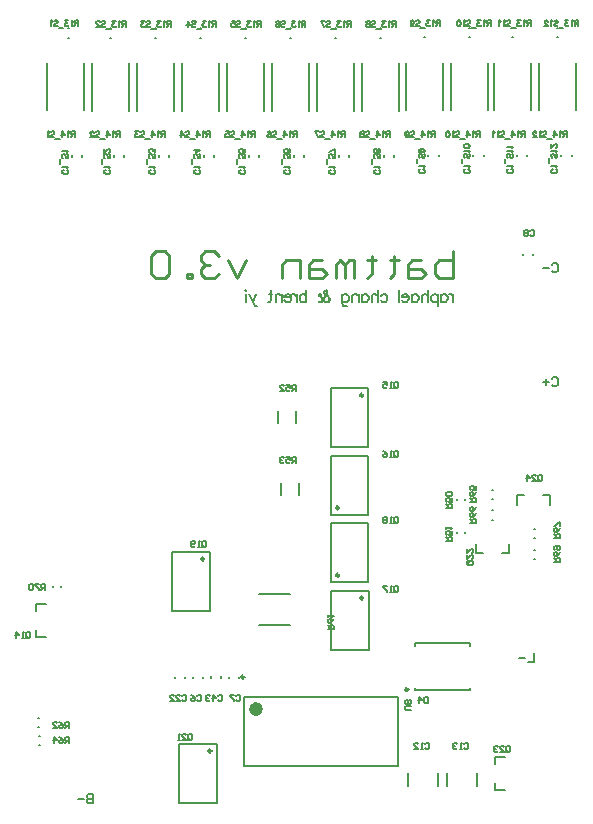
<source format=gbo>
G04 Layer_Color=32896*
%FSAX24Y24*%
%MOIN*%
G70*
G01*
G75*
%ADD52C,0.0100*%
%ADD91C,0.0098*%
%ADD94C,0.0236*%
%ADD95C,0.0079*%
%ADD96C,0.0050*%
%ADD97C,0.0080*%
%ADD99C,0.0060*%
D52*
X059500Y059100D02*
Y058200D01*
X059050D01*
X058900Y058350D01*
Y058500D01*
Y058650D01*
X059050Y058800D01*
X059500D01*
X058450D02*
X058150D01*
X058000Y058650D01*
Y058200D01*
X058450D01*
X058600Y058350D01*
X058450Y058500D01*
X058000D01*
X057551Y058950D02*
Y058800D01*
X057701D01*
X057401D01*
X057551D01*
Y058350D01*
X057401Y058200D01*
X056801Y058950D02*
Y058800D01*
X056951D01*
X056651D01*
X056801D01*
Y058350D01*
X056651Y058200D01*
X056201D02*
Y058800D01*
X056051D01*
X055901Y058650D01*
Y058200D01*
Y058650D01*
X055751Y058800D01*
X055601Y058650D01*
Y058200D01*
X055151Y058800D02*
X054851D01*
X054702Y058650D01*
Y058200D01*
X055151D01*
X055301Y058350D01*
X055151Y058500D01*
X054702D01*
X054402Y058200D02*
Y058800D01*
X053952D01*
X053802Y058650D01*
Y058200D01*
X052602Y058800D02*
X052302Y058200D01*
X052002Y058800D01*
X051703Y058950D02*
X051553Y059100D01*
X051253D01*
X051103Y058950D01*
Y058800D01*
X051253Y058650D01*
X051403D01*
X051253D01*
X051103Y058500D01*
Y058350D01*
X051253Y058200D01*
X051553D01*
X051703Y058350D01*
X050803Y058200D02*
Y058350D01*
X050653D01*
Y058200D01*
X050803D01*
X050053Y058950D02*
X049903Y059100D01*
X049603D01*
X049453Y058950D01*
Y058350D01*
X049603Y058200D01*
X049903D01*
X050053Y058350D01*
Y058950D01*
D91*
X051210Y048855D02*
G03*
X051210Y048855I-000049J000000D01*
G01*
X055705Y048305D02*
G03*
X055705Y048305I-000049J000000D01*
G01*
X055700Y050555D02*
G03*
X055700Y050555I-000049J000000D01*
G01*
X056505Y054305D02*
G03*
X056505Y054305I-000049J000000D01*
G01*
X058008Y044498D02*
G03*
X058008Y044498I-000049J000000D01*
G01*
X051449Y042450D02*
G03*
X051449Y042450I-000049J000000D01*
G01*
X052545Y044911D02*
G03*
X052545Y044911I-000049J000000D01*
G01*
X056510Y047555D02*
G03*
X056510Y047555I-000049J000000D01*
G01*
D94*
X053053Y043848D02*
G03*
X053053Y043848I-000118J000000D01*
G01*
D95*
X060292Y041283D02*
Y041717D01*
X059308Y041283D02*
Y041717D01*
X058992Y041274D02*
Y041707D01*
X058008Y041274D02*
Y041707D01*
X062197Y049163D02*
X062237D01*
X062197Y048848D02*
X062237D01*
X062197Y049548D02*
X062237D01*
X062197Y049863D02*
X062237D01*
X060797Y050163D02*
X060837D01*
X060797Y050478D02*
X060837D01*
X060797Y051163D02*
X060837D01*
X060797Y050848D02*
X060837D01*
X053024Y047667D02*
X054087D01*
X053024Y046643D02*
X054087D01*
X054358Y050989D02*
Y051383D01*
X053767Y050989D02*
Y051383D01*
X054258Y053373D02*
Y053767D01*
X053667Y053373D02*
Y053767D01*
X059900Y049700D02*
Y049740D01*
X059625Y049700D02*
Y049740D01*
X059900Y050800D02*
Y050840D01*
X059625Y050800D02*
Y050840D01*
X050131Y047121D02*
X051391D01*
X050131Y049089D02*
X051391D01*
X050131Y047121D02*
Y049089D01*
X051391Y047121D02*
Y049089D01*
X055426Y050039D02*
X056686D01*
X055426Y048071D02*
X056686D01*
Y050039D01*
X055426Y048071D02*
Y050039D01*
X055421Y052289D02*
X056681D01*
X055421Y050321D02*
X056681D01*
Y052289D01*
X055421Y050321D02*
Y052289D01*
X055426Y052571D02*
X056686D01*
X055426Y054539D02*
X056686D01*
X055426Y052571D02*
Y054539D01*
X056686Y052571D02*
Y054539D01*
X058250Y044468D02*
X060061D01*
X058250Y046042D02*
X060061D01*
X058250Y044468D02*
Y044557D01*
X060061Y044468D02*
Y044557D01*
X058250Y045952D02*
Y046042D01*
X060061Y045952D02*
Y046042D01*
X062157Y058980D02*
Y059020D01*
X061843Y058980D02*
Y059020D01*
X051157Y044880D02*
Y044920D01*
X050843Y044880D02*
Y044920D01*
X052357Y044880D02*
Y044920D01*
X052043Y044880D02*
Y044920D01*
X062960Y066564D02*
X063000D01*
X062960Y066249D02*
X063000D01*
X061480Y066557D02*
X061520D01*
X061480Y066243D02*
X061520D01*
X060040Y066557D02*
X060080D01*
X060040Y066243D02*
X060080D01*
X058540Y066557D02*
X058580D01*
X058540Y066243D02*
X058580D01*
X057055Y066543D02*
X057095D01*
X057055Y066228D02*
X057095D01*
X055555Y066543D02*
X055595D01*
X055555Y066228D02*
X055595D01*
X054055Y066543D02*
X054095D01*
X054055Y066228D02*
X054095D01*
X052555Y066543D02*
X052595D01*
X052555Y066228D02*
X052595D01*
X051055Y066543D02*
X051095D01*
X051055Y066228D02*
X051095D01*
X049555Y066543D02*
X049595D01*
X049555Y066228D02*
X049595D01*
X048055Y066543D02*
X048095D01*
X048055Y066228D02*
X048095D01*
X046655Y066543D02*
X046695D01*
X046655Y066228D02*
X046695D01*
X063600Y063819D02*
Y065394D01*
X062360Y063819D02*
Y065394D01*
X060680Y063813D02*
Y065387D01*
X059440Y063813D02*
Y065387D01*
X059180Y063813D02*
Y065387D01*
X057940Y063813D02*
Y065387D01*
X057695Y063798D02*
Y065372D01*
X056455Y063798D02*
Y065372D01*
X056195Y063798D02*
Y065372D01*
X054955Y063798D02*
Y065372D01*
X054695Y063798D02*
Y065372D01*
X053455Y063798D02*
Y065372D01*
X053195Y063798D02*
Y065372D01*
X051955Y063798D02*
Y065372D01*
X051695Y063798D02*
Y065372D01*
X050455Y063798D02*
Y065372D01*
X050195Y063798D02*
Y065372D01*
X048955Y063798D02*
Y065372D01*
X048695Y063798D02*
Y065372D01*
X047455Y063798D02*
Y065372D01*
X047220Y063813D02*
Y065387D01*
X045980Y063813D02*
Y065387D01*
X063457Y062287D02*
Y062326D01*
X063103Y062287D02*
Y062326D01*
X061977Y062280D02*
Y062320D01*
X061623Y062280D02*
Y062320D01*
X060537Y062280D02*
Y062320D01*
X060183Y062280D02*
Y062320D01*
X059037Y062280D02*
Y062320D01*
X058683Y062280D02*
Y062320D01*
X057552Y062265D02*
Y062305D01*
X057198Y062265D02*
Y062305D01*
X056052Y062265D02*
Y062305D01*
X055698Y062265D02*
Y062305D01*
X054552Y062265D02*
Y062305D01*
X054198Y062265D02*
Y062305D01*
X053052Y062265D02*
Y062305D01*
X052698Y062265D02*
Y062305D01*
X051552Y062265D02*
Y062305D01*
X051198Y062265D02*
Y062305D01*
X050052Y062265D02*
Y062305D01*
X049698Y062265D02*
Y062305D01*
X048552Y062265D02*
Y062305D01*
X048198Y062265D02*
Y062305D01*
X047152Y062265D02*
Y062305D01*
X046798Y062265D02*
Y062305D01*
X060880Y063813D02*
Y065387D01*
X062120Y063813D02*
Y065387D01*
X050557Y044880D02*
Y044920D01*
X050243Y044880D02*
Y044920D01*
X051757Y044895D02*
Y044935D01*
X051443Y044895D02*
Y044935D01*
X050370Y040716D02*
X051630D01*
X050370Y042684D02*
X051630D01*
X050370Y040716D02*
Y042684D01*
X051630Y040716D02*
Y042684D01*
X045680Y043262D02*
X045720D01*
X045680Y043538D02*
X045720D01*
X045705Y042662D02*
X045744D01*
X045705Y042938D02*
X045744D01*
X046438Y047905D02*
Y047944D01*
X046162Y047905D02*
Y047944D01*
X052541Y044242D02*
X057659D01*
X052541Y041958D02*
X057659D01*
X052541D02*
Y044242D01*
X057659Y041958D02*
Y044242D01*
X055431Y045821D02*
X056691D01*
X055431Y047789D02*
X056691D01*
X055431Y045821D02*
Y047789D01*
X056691Y045821D02*
Y047789D01*
D96*
X057522Y047788D02*
Y047922D01*
X057556Y047955D01*
X057622D01*
X057656Y047922D01*
Y047788D01*
X057622Y047755D01*
X057556D01*
X057589Y047822D02*
X057522Y047755D01*
X057556D02*
X057522Y047788D01*
X057456Y047755D02*
X057389D01*
X057422D01*
Y047955D01*
X057456Y047922D01*
X057289Y047955D02*
X057156D01*
Y047922D01*
X057289Y047788D01*
Y047755D01*
X058100Y043800D02*
X057933D01*
X057900Y043833D01*
Y043900D01*
X057933Y043933D01*
X058100D01*
X058067Y044000D02*
X058100Y044033D01*
Y044100D01*
X058067Y044133D01*
X058033D01*
X058000Y044100D01*
X057967Y044133D01*
X057933D01*
X057900Y044100D01*
Y044033D01*
X057933Y044000D01*
X057967D01*
X058000Y044033D01*
X058033Y044000D01*
X058067D01*
X058000Y044033D02*
Y044100D01*
X045900Y047800D02*
Y048000D01*
X045800D01*
X045767Y047967D01*
Y047900D01*
X045800Y047867D01*
X045900D01*
X045833D02*
X045767Y047800D01*
X045700Y048000D02*
X045567D01*
Y047967D01*
X045700Y047833D01*
Y047800D01*
X045500Y047967D02*
X045467Y048000D01*
X045400D01*
X045367Y047967D01*
Y047833D01*
X045400Y047800D01*
X045467D01*
X045500Y047833D01*
Y047967D01*
X046700Y042700D02*
Y042900D01*
X046600D01*
X046567Y042867D01*
Y042800D01*
X046600Y042767D01*
X046700D01*
X046633D02*
X046567Y042700D01*
X046367Y042900D02*
X046433Y042867D01*
X046500Y042800D01*
Y042733D01*
X046467Y042700D01*
X046400D01*
X046367Y042733D01*
Y042767D01*
X046400Y042800D01*
X046500D01*
X046200Y042700D02*
Y042900D01*
X046300Y042800D01*
X046167D01*
X046700Y043200D02*
Y043400D01*
X046600D01*
X046567Y043367D01*
Y043300D01*
X046600Y043267D01*
X046700D01*
X046633D02*
X046567Y043200D01*
X046367Y043400D02*
X046433Y043367D01*
X046500Y043300D01*
Y043233D01*
X046467Y043200D01*
X046400D01*
X046367Y043233D01*
Y043267D01*
X046400Y043300D01*
X046500D01*
X046167Y043200D02*
X046300D01*
X046167Y043333D01*
Y043367D01*
X046200Y043400D01*
X046267D01*
X046300Y043367D01*
X061267Y042433D02*
Y042567D01*
X061300Y042600D01*
X061367D01*
X061400Y042567D01*
Y042433D01*
X061367Y042400D01*
X061300D01*
X061333Y042467D02*
X061267Y042400D01*
X061300D02*
X061267Y042433D01*
X061067Y042400D02*
X061200D01*
X061067Y042533D01*
Y042567D01*
X061100Y042600D01*
X061167D01*
X061200Y042567D01*
X061000D02*
X060967Y042600D01*
X060900D01*
X060867Y042567D01*
Y042533D01*
X060900Y042500D01*
X060933D01*
X060900D01*
X060867Y042467D01*
Y042433D01*
X060900Y042400D01*
X060967D01*
X061000Y042433D01*
X050667Y042833D02*
Y042967D01*
X050700Y043000D01*
X050767D01*
X050800Y042967D01*
Y042833D01*
X050767Y042800D01*
X050700D01*
X050733Y042867D02*
X050667Y042800D01*
X050700D02*
X050667Y042833D01*
X050467Y042800D02*
X050600D01*
X050467Y042933D01*
Y042967D01*
X050500Y043000D01*
X050567D01*
X050600Y042967D01*
X050400Y042800D02*
X050333D01*
X050367D01*
Y043000D01*
X050400Y042967D01*
X045267Y046233D02*
Y046367D01*
X045300Y046400D01*
X045367D01*
X045400Y046367D01*
Y046233D01*
X045367Y046200D01*
X045300D01*
X045333Y046267D02*
X045267Y046200D01*
X045300D02*
X045267Y046233D01*
X045200Y046200D02*
X045133D01*
X045167D01*
Y046400D01*
X045200Y046367D01*
X044933Y046200D02*
Y046400D01*
X045033Y046300D01*
X044900D01*
X051667Y044282D02*
X051700Y044315D01*
X051767D01*
X051800Y044282D01*
Y044148D01*
X051767Y044115D01*
X051700D01*
X051667Y044148D01*
X051500Y044115D02*
Y044315D01*
X051600Y044215D01*
X051467D01*
X051400Y044282D02*
X051367Y044315D01*
X051300D01*
X051267Y044282D01*
Y044248D01*
X051300Y044215D01*
X051333D01*
X051300D01*
X051267Y044182D01*
Y044148D01*
X051300Y044115D01*
X051367D01*
X051400Y044148D01*
X050467Y044267D02*
X050500Y044300D01*
X050567D01*
X050600Y044267D01*
Y044133D01*
X050567Y044100D01*
X050500D01*
X050467Y044133D01*
X050267Y044100D02*
X050400D01*
X050267Y044233D01*
Y044267D01*
X050300Y044300D01*
X050367D01*
X050400Y044267D01*
X050067Y044100D02*
X050200D01*
X050067Y044233D01*
Y044267D01*
X050100Y044300D01*
X050167D01*
X050200Y044267D01*
X062100Y066800D02*
Y066600D01*
Y066800D02*
X062014D01*
X061986Y066790D01*
X061976Y066781D01*
X061967Y066762D01*
Y066743D01*
X061976Y066724D01*
X061986Y066714D01*
X062014Y066705D01*
X062100D01*
X062033D02*
X061967Y066600D01*
X061922Y066762D02*
X061903Y066771D01*
X061874Y066800D01*
Y066600D01*
X061756Y066800D02*
X061652D01*
X061709Y066724D01*
X061680D01*
X061661Y066714D01*
X061652Y066705D01*
X061642Y066676D01*
Y066657D01*
X061652Y066629D01*
X061671Y066610D01*
X061699Y066600D01*
X061728D01*
X061756Y066610D01*
X061766Y066619D01*
X061775Y066638D01*
X061597Y066533D02*
X061445D01*
X061286Y066771D02*
X061305Y066790D01*
X061333Y066800D01*
X061372D01*
X061400Y066790D01*
X061419Y066771D01*
Y066752D01*
X061410Y066733D01*
X061400Y066724D01*
X061381Y066714D01*
X061324Y066695D01*
X061305Y066686D01*
X061295Y066676D01*
X061286Y066657D01*
Y066629D01*
X061305Y066610D01*
X061333Y066600D01*
X061372D01*
X061400Y066610D01*
X061419Y066629D01*
X061241Y066762D02*
X061222Y066771D01*
X061194Y066800D01*
Y066600D01*
X061094Y066762D02*
X061075Y066771D01*
X061047Y066800D01*
Y066600D01*
X046627Y061828D02*
X046646Y061818D01*
X046665Y061799D01*
X046675Y061780D01*
Y061742D01*
X046665Y061723D01*
X046646Y061704D01*
X046627Y061695D01*
X046599Y061685D01*
X046551D01*
X046523Y061695D01*
X046504Y061704D01*
X046484Y061723D01*
X046475Y061742D01*
Y061780D01*
X046484Y061799D01*
X046504Y061818D01*
X046523Y061828D01*
X046637Y061884D02*
X046646Y061903D01*
X046675Y061932D01*
X046475D01*
X046408Y062031D02*
Y062183D01*
X046646Y062342D02*
X046665Y062323D01*
X046675Y062294D01*
Y062256D01*
X046665Y062228D01*
X046646Y062209D01*
X046627D01*
X046608Y062218D01*
X046599Y062228D01*
X046589Y062247D01*
X046570Y062304D01*
X046561Y062323D01*
X046551Y062333D01*
X046532Y062342D01*
X046504D01*
X046484Y062323D01*
X046475Y062294D01*
Y062256D01*
X046484Y062228D01*
X046504Y062209D01*
X046637Y062387D02*
X046646Y062406D01*
X046675Y062434D01*
X046475D01*
X048027Y061828D02*
X048046Y061818D01*
X048065Y061799D01*
X048075Y061780D01*
Y061742D01*
X048065Y061723D01*
X048046Y061704D01*
X048027Y061695D01*
X047999Y061685D01*
X047951D01*
X047923Y061695D01*
X047904Y061704D01*
X047884Y061723D01*
X047875Y061742D01*
Y061780D01*
X047884Y061799D01*
X047904Y061818D01*
X047923Y061828D01*
X048037Y061884D02*
X048046Y061903D01*
X048075Y061932D01*
X047875D01*
X047808Y062031D02*
Y062183D01*
X048046Y062342D02*
X048065Y062323D01*
X048075Y062294D01*
Y062256D01*
X048065Y062228D01*
X048046Y062209D01*
X048027D01*
X048008Y062218D01*
X047999Y062228D01*
X047989Y062247D01*
X047970Y062304D01*
X047961Y062323D01*
X047951Y062333D01*
X047932Y062342D01*
X047904D01*
X047884Y062323D01*
X047875Y062294D01*
Y062256D01*
X047884Y062228D01*
X047904Y062209D01*
X048027Y062396D02*
X048037D01*
X048056Y062406D01*
X048065Y062415D01*
X048075Y062434D01*
Y062472D01*
X048065Y062492D01*
X048056Y062501D01*
X048037Y062511D01*
X048018D01*
X047999Y062501D01*
X047970Y062482D01*
X047875Y062387D01*
Y062520D01*
X049527Y061828D02*
X049546Y061818D01*
X049565Y061799D01*
X049575Y061780D01*
Y061742D01*
X049565Y061723D01*
X049546Y061704D01*
X049527Y061695D01*
X049499Y061685D01*
X049451D01*
X049423Y061695D01*
X049404Y061704D01*
X049384Y061723D01*
X049375Y061742D01*
Y061780D01*
X049384Y061799D01*
X049404Y061818D01*
X049423Y061828D01*
X049537Y061884D02*
X049546Y061903D01*
X049575Y061932D01*
X049375D01*
X049308Y062031D02*
Y062183D01*
X049546Y062342D02*
X049565Y062323D01*
X049575Y062294D01*
Y062256D01*
X049565Y062228D01*
X049546Y062209D01*
X049527D01*
X049508Y062218D01*
X049499Y062228D01*
X049489Y062247D01*
X049470Y062304D01*
X049461Y062323D01*
X049451Y062333D01*
X049432Y062342D01*
X049404D01*
X049384Y062323D01*
X049375Y062294D01*
Y062256D01*
X049384Y062228D01*
X049404Y062209D01*
X049575Y062406D02*
Y062511D01*
X049499Y062453D01*
Y062482D01*
X049489Y062501D01*
X049480Y062511D01*
X049451Y062520D01*
X049432D01*
X049404Y062511D01*
X049384Y062492D01*
X049375Y062463D01*
Y062434D01*
X049384Y062406D01*
X049394Y062396D01*
X049413Y062387D01*
X051027Y061828D02*
X051046Y061818D01*
X051065Y061799D01*
X051075Y061780D01*
Y061742D01*
X051065Y061723D01*
X051046Y061704D01*
X051027Y061695D01*
X050999Y061685D01*
X050951D01*
X050923Y061695D01*
X050904Y061704D01*
X050884Y061723D01*
X050875Y061742D01*
Y061780D01*
X050884Y061799D01*
X050904Y061818D01*
X050923Y061828D01*
X051037Y061884D02*
X051046Y061903D01*
X051075Y061932D01*
X050875D01*
X050808Y062031D02*
Y062183D01*
X051046Y062342D02*
X051065Y062323D01*
X051075Y062294D01*
Y062256D01*
X051065Y062228D01*
X051046Y062209D01*
X051027D01*
X051008Y062218D01*
X050999Y062228D01*
X050989Y062247D01*
X050970Y062304D01*
X050961Y062323D01*
X050951Y062333D01*
X050932Y062342D01*
X050904D01*
X050884Y062323D01*
X050875Y062294D01*
Y062256D01*
X050884Y062228D01*
X050904Y062209D01*
X051075Y062482D02*
X050942Y062387D01*
Y062530D01*
X051075Y062482D02*
X050875D01*
X052527Y061828D02*
X052546Y061818D01*
X052565Y061799D01*
X052575Y061780D01*
Y061742D01*
X052565Y061723D01*
X052546Y061704D01*
X052527Y061695D01*
X052499Y061685D01*
X052451D01*
X052423Y061695D01*
X052404Y061704D01*
X052384Y061723D01*
X052375Y061742D01*
Y061780D01*
X052384Y061799D01*
X052404Y061818D01*
X052423Y061828D01*
X052537Y061884D02*
X052546Y061903D01*
X052575Y061932D01*
X052375D01*
X052308Y062031D02*
Y062183D01*
X052546Y062342D02*
X052565Y062323D01*
X052575Y062294D01*
Y062256D01*
X052565Y062228D01*
X052546Y062209D01*
X052527D01*
X052508Y062218D01*
X052499Y062228D01*
X052489Y062247D01*
X052470Y062304D01*
X052461Y062323D01*
X052451Y062333D01*
X052432Y062342D01*
X052404D01*
X052384Y062323D01*
X052375Y062294D01*
Y062256D01*
X052384Y062228D01*
X052404Y062209D01*
X052575Y062501D02*
Y062406D01*
X052489Y062396D01*
X052499Y062406D01*
X052508Y062434D01*
Y062463D01*
X052499Y062492D01*
X052480Y062511D01*
X052451Y062520D01*
X052432D01*
X052404Y062511D01*
X052384Y062492D01*
X052375Y062463D01*
Y062434D01*
X052384Y062406D01*
X052394Y062396D01*
X052413Y062387D01*
X054027Y061828D02*
X054046Y061818D01*
X054065Y061799D01*
X054075Y061780D01*
Y061742D01*
X054065Y061723D01*
X054046Y061704D01*
X054027Y061695D01*
X053999Y061685D01*
X053951D01*
X053923Y061695D01*
X053904Y061704D01*
X053884Y061723D01*
X053875Y061742D01*
Y061780D01*
X053884Y061799D01*
X053904Y061818D01*
X053923Y061828D01*
X054037Y061884D02*
X054046Y061903D01*
X054075Y061932D01*
X053875D01*
X053808Y062031D02*
Y062183D01*
X054046Y062342D02*
X054065Y062323D01*
X054075Y062294D01*
Y062256D01*
X054065Y062228D01*
X054046Y062209D01*
X054027D01*
X054008Y062218D01*
X053999Y062228D01*
X053989Y062247D01*
X053970Y062304D01*
X053961Y062323D01*
X053951Y062333D01*
X053932Y062342D01*
X053904D01*
X053884Y062323D01*
X053875Y062294D01*
Y062256D01*
X053884Y062228D01*
X053904Y062209D01*
X054046Y062501D02*
X054065Y062492D01*
X054075Y062463D01*
Y062444D01*
X054065Y062415D01*
X054037Y062396D01*
X053989Y062387D01*
X053942D01*
X053904Y062396D01*
X053884Y062415D01*
X053875Y062444D01*
Y062453D01*
X053884Y062482D01*
X053904Y062501D01*
X053932Y062511D01*
X053942D01*
X053970Y062501D01*
X053989Y062482D01*
X053999Y062453D01*
Y062444D01*
X053989Y062415D01*
X053970Y062396D01*
X053942Y062387D01*
X055527Y061828D02*
X055546Y061818D01*
X055565Y061799D01*
X055575Y061780D01*
Y061742D01*
X055565Y061723D01*
X055546Y061704D01*
X055527Y061695D01*
X055499Y061685D01*
X055451D01*
X055423Y061695D01*
X055404Y061704D01*
X055384Y061723D01*
X055375Y061742D01*
Y061780D01*
X055384Y061799D01*
X055404Y061818D01*
X055423Y061828D01*
X055537Y061884D02*
X055546Y061903D01*
X055575Y061932D01*
X055375D01*
X055308Y062031D02*
Y062183D01*
X055546Y062342D02*
X055565Y062323D01*
X055575Y062294D01*
Y062256D01*
X055565Y062228D01*
X055546Y062209D01*
X055527D01*
X055508Y062218D01*
X055499Y062228D01*
X055489Y062247D01*
X055470Y062304D01*
X055461Y062323D01*
X055451Y062333D01*
X055432Y062342D01*
X055404D01*
X055384Y062323D01*
X055375Y062294D01*
Y062256D01*
X055384Y062228D01*
X055404Y062209D01*
X055575Y062520D02*
X055375Y062425D01*
X055575Y062387D02*
Y062520D01*
X057027Y061828D02*
X057046Y061818D01*
X057065Y061799D01*
X057075Y061780D01*
Y061742D01*
X057065Y061723D01*
X057046Y061704D01*
X057027Y061695D01*
X056999Y061685D01*
X056951D01*
X056923Y061695D01*
X056904Y061704D01*
X056884Y061723D01*
X056875Y061742D01*
Y061780D01*
X056884Y061799D01*
X056904Y061818D01*
X056923Y061828D01*
X057037Y061884D02*
X057046Y061903D01*
X057075Y061932D01*
X056875D01*
X056808Y062031D02*
Y062183D01*
X057046Y062342D02*
X057065Y062323D01*
X057075Y062294D01*
Y062256D01*
X057065Y062228D01*
X057046Y062209D01*
X057027D01*
X057008Y062218D01*
X056999Y062228D01*
X056989Y062247D01*
X056970Y062304D01*
X056961Y062323D01*
X056951Y062333D01*
X056932Y062342D01*
X056904D01*
X056884Y062323D01*
X056875Y062294D01*
Y062256D01*
X056884Y062228D01*
X056904Y062209D01*
X057075Y062434D02*
X057065Y062406D01*
X057046Y062396D01*
X057027D01*
X057008Y062406D01*
X056999Y062425D01*
X056989Y062463D01*
X056980Y062492D01*
X056961Y062511D01*
X056942Y062520D01*
X056913D01*
X056894Y062511D01*
X056884Y062501D01*
X056875Y062472D01*
Y062434D01*
X056884Y062406D01*
X056894Y062396D01*
X056913Y062387D01*
X056942D01*
X056961Y062396D01*
X056980Y062415D01*
X056989Y062444D01*
X056999Y062482D01*
X057008Y062501D01*
X057027Y062511D01*
X057046D01*
X057065Y062501D01*
X057075Y062472D01*
Y062434D01*
X058512Y061843D02*
X058531Y061833D01*
X058550Y061814D01*
X058560Y061795D01*
Y061757D01*
X058550Y061738D01*
X058531Y061719D01*
X058512Y061710D01*
X058484Y061700D01*
X058436D01*
X058408Y061710D01*
X058389Y061719D01*
X058370Y061738D01*
X058360Y061757D01*
Y061795D01*
X058370Y061814D01*
X058389Y061833D01*
X058408Y061843D01*
X058522Y061899D02*
X058531Y061918D01*
X058560Y061947D01*
X058360D01*
X058293Y062046D02*
Y062198D01*
X058531Y062357D02*
X058550Y062338D01*
X058560Y062309D01*
Y062271D01*
X058550Y062243D01*
X058531Y062224D01*
X058512D01*
X058493Y062233D01*
X058484Y062243D01*
X058474Y062262D01*
X058455Y062319D01*
X058446Y062338D01*
X058436Y062347D01*
X058417Y062357D01*
X058389D01*
X058370Y062338D01*
X058360Y062309D01*
Y062271D01*
X058370Y062243D01*
X058389Y062224D01*
X058493Y062526D02*
X058465Y062516D01*
X058446Y062497D01*
X058436Y062468D01*
Y062459D01*
X058446Y062430D01*
X058465Y062411D01*
X058493Y062402D01*
X058503D01*
X058531Y062411D01*
X058550Y062430D01*
X058560Y062459D01*
Y062468D01*
X058550Y062497D01*
X058531Y062516D01*
X058493Y062526D01*
X058446D01*
X058398Y062516D01*
X058370Y062497D01*
X058360Y062468D01*
Y062449D01*
X058370Y062421D01*
X058389Y062411D01*
X060012Y061843D02*
X060031Y061833D01*
X060050Y061814D01*
X060060Y061795D01*
Y061757D01*
X060050Y061738D01*
X060031Y061719D01*
X060012Y061710D01*
X059984Y061700D01*
X059936D01*
X059908Y061710D01*
X059889Y061719D01*
X059870Y061738D01*
X059860Y061757D01*
Y061795D01*
X059870Y061814D01*
X059889Y061833D01*
X059908Y061843D01*
X060022Y061899D02*
X060031Y061918D01*
X060060Y061947D01*
X059860D01*
X059793Y062046D02*
Y062198D01*
X060031Y062357D02*
X060050Y062338D01*
X060060Y062309D01*
Y062271D01*
X060050Y062243D01*
X060031Y062224D01*
X060012D01*
X059993Y062233D01*
X059984Y062243D01*
X059974Y062262D01*
X059955Y062319D01*
X059946Y062338D01*
X059936Y062347D01*
X059917Y062357D01*
X059889D01*
X059870Y062338D01*
X059860Y062309D01*
Y062271D01*
X059870Y062243D01*
X059889Y062224D01*
X060022Y062402D02*
X060031Y062421D01*
X060060Y062449D01*
X059860D01*
X060060Y062606D02*
X060050Y062577D01*
X060022Y062558D01*
X059974Y062548D01*
X059946D01*
X059898Y062558D01*
X059870Y062577D01*
X059860Y062606D01*
Y062625D01*
X059870Y062653D01*
X059898Y062672D01*
X059946Y062682D01*
X059974D01*
X060022Y062672D01*
X060050Y062653D01*
X060060Y062625D01*
Y062606D01*
X061452Y061843D02*
X061471Y061833D01*
X061490Y061814D01*
X061500Y061795D01*
Y061757D01*
X061490Y061738D01*
X061471Y061719D01*
X061452Y061710D01*
X061424Y061700D01*
X061376D01*
X061348Y061710D01*
X061329Y061719D01*
X061310Y061738D01*
X061300Y061757D01*
Y061795D01*
X061310Y061814D01*
X061329Y061833D01*
X061348Y061843D01*
X061462Y061899D02*
X061471Y061918D01*
X061500Y061947D01*
X061300D01*
X061233Y062046D02*
Y062198D01*
X061471Y062357D02*
X061490Y062338D01*
X061500Y062309D01*
Y062271D01*
X061490Y062243D01*
X061471Y062224D01*
X061452D01*
X061433Y062233D01*
X061424Y062243D01*
X061414Y062262D01*
X061395Y062319D01*
X061386Y062338D01*
X061376Y062347D01*
X061357Y062357D01*
X061329D01*
X061310Y062338D01*
X061300Y062309D01*
Y062271D01*
X061310Y062243D01*
X061329Y062224D01*
X061462Y062402D02*
X061471Y062421D01*
X061500Y062449D01*
X061300D01*
X061462Y062548D02*
X061471Y062567D01*
X061500Y062596D01*
X061300D01*
X062932Y061849D02*
X062951Y061840D01*
X062970Y061821D01*
X062980Y061802D01*
Y061763D01*
X062970Y061744D01*
X062951Y061725D01*
X062932Y061716D01*
X062904Y061706D01*
X062856D01*
X062828Y061716D01*
X062809Y061725D01*
X062790Y061744D01*
X062780Y061763D01*
Y061802D01*
X062790Y061821D01*
X062809Y061840D01*
X062828Y061849D01*
X062942Y061905D02*
X062951Y061924D01*
X062980Y061953D01*
X062780D01*
X062713Y062052D02*
Y062204D01*
X062951Y062363D02*
X062970Y062344D01*
X062980Y062316D01*
Y062278D01*
X062970Y062249D01*
X062951Y062230D01*
X062932D01*
X062913Y062240D01*
X062904Y062249D01*
X062894Y062268D01*
X062875Y062325D01*
X062866Y062344D01*
X062856Y062354D01*
X062837Y062363D01*
X062809D01*
X062790Y062344D01*
X062780Y062316D01*
Y062278D01*
X062790Y062249D01*
X062809Y062230D01*
X062942Y062408D02*
X062951Y062427D01*
X062980Y062456D01*
X062780D01*
X062932Y062564D02*
X062942D01*
X062961Y062574D01*
X062970Y062583D01*
X062980Y062602D01*
Y062640D01*
X062970Y062659D01*
X062961Y062669D01*
X062942Y062678D01*
X062923D01*
X062904Y062669D01*
X062875Y062650D01*
X062780Y062555D01*
Y062688D01*
X047017Y066800D02*
Y066600D01*
Y066800D02*
X046931D01*
X046902Y066790D01*
X046893Y066781D01*
X046883Y066762D01*
Y066743D01*
X046893Y066724D01*
X046902Y066714D01*
X046931Y066705D01*
X047017D01*
X046950D02*
X046883Y066600D01*
X046839Y066762D02*
X046820Y066771D01*
X046791Y066800D01*
Y066600D01*
X046673Y066800D02*
X046568D01*
X046625Y066724D01*
X046597D01*
X046578Y066714D01*
X046568Y066705D01*
X046559Y066676D01*
Y066657D01*
X046568Y066629D01*
X046587Y066610D01*
X046616Y066600D01*
X046644D01*
X046673Y066610D01*
X046683Y066619D01*
X046692Y066638D01*
X046514Y066533D02*
X046362D01*
X046203Y066771D02*
X046222Y066790D01*
X046250Y066800D01*
X046288D01*
X046317Y066790D01*
X046336Y066771D01*
Y066752D01*
X046326Y066733D01*
X046317Y066724D01*
X046298Y066714D01*
X046241Y066695D01*
X046222Y066686D01*
X046212Y066676D01*
X046203Y066657D01*
Y066629D01*
X046222Y066610D01*
X046250Y066600D01*
X046288D01*
X046317Y066610D01*
X046336Y066629D01*
X046158Y066762D02*
X046139Y066771D01*
X046110Y066800D01*
Y066600D01*
X048599Y066785D02*
Y066585D01*
Y066785D02*
X048513D01*
X048485Y066775D01*
X048475Y066766D01*
X048465Y066747D01*
Y066728D01*
X048475Y066709D01*
X048485Y066699D01*
X048513Y066690D01*
X048599D01*
X048532D02*
X048465Y066585D01*
X048421Y066747D02*
X048402Y066756D01*
X048373Y066785D01*
Y066585D01*
X048255Y066785D02*
X048150D01*
X048207Y066709D01*
X048179D01*
X048160Y066699D01*
X048150Y066690D01*
X048141Y066661D01*
Y066642D01*
X048150Y066614D01*
X048169Y066595D01*
X048198Y066585D01*
X048226D01*
X048255Y066595D01*
X048265Y066604D01*
X048274Y066623D01*
X048096Y066518D02*
X047944D01*
X047785Y066756D02*
X047804Y066775D01*
X047832Y066785D01*
X047870D01*
X047899Y066775D01*
X047918Y066756D01*
Y066737D01*
X047908Y066718D01*
X047899Y066709D01*
X047880Y066699D01*
X047823Y066680D01*
X047804Y066671D01*
X047794Y066661D01*
X047785Y066642D01*
Y066614D01*
X047804Y066595D01*
X047832Y066585D01*
X047870D01*
X047899Y066595D01*
X047918Y066614D01*
X047730Y066737D02*
Y066747D01*
X047721Y066766D01*
X047711Y066775D01*
X047692Y066785D01*
X047654D01*
X047635Y066775D01*
X047626Y066766D01*
X047616Y066747D01*
Y066728D01*
X047626Y066709D01*
X047645Y066680D01*
X047740Y066585D01*
X047607D01*
X050099Y066785D02*
Y066585D01*
Y066785D02*
X050013D01*
X049985Y066775D01*
X049975Y066766D01*
X049965Y066747D01*
Y066728D01*
X049975Y066709D01*
X049985Y066699D01*
X050013Y066690D01*
X050099D01*
X050032D02*
X049965Y066585D01*
X049921Y066747D02*
X049902Y066756D01*
X049873Y066785D01*
Y066585D01*
X049755Y066785D02*
X049650D01*
X049707Y066709D01*
X049679D01*
X049660Y066699D01*
X049650Y066690D01*
X049641Y066661D01*
Y066642D01*
X049650Y066614D01*
X049669Y066595D01*
X049698Y066585D01*
X049726D01*
X049755Y066595D01*
X049765Y066604D01*
X049774Y066623D01*
X049596Y066518D02*
X049444D01*
X049285Y066756D02*
X049304Y066775D01*
X049332Y066785D01*
X049370D01*
X049399Y066775D01*
X049418Y066756D01*
Y066737D01*
X049408Y066718D01*
X049399Y066709D01*
X049380Y066699D01*
X049323Y066680D01*
X049304Y066671D01*
X049294Y066661D01*
X049285Y066642D01*
Y066614D01*
X049304Y066595D01*
X049332Y066585D01*
X049370D01*
X049399Y066595D01*
X049418Y066614D01*
X049221Y066785D02*
X049116D01*
X049173Y066709D01*
X049145D01*
X049126Y066699D01*
X049116Y066690D01*
X049107Y066661D01*
Y066642D01*
X049116Y066614D01*
X049135Y066595D01*
X049164Y066585D01*
X049192D01*
X049221Y066595D01*
X049230Y066604D01*
X049240Y066623D01*
X051611Y066785D02*
Y066585D01*
Y066785D02*
X051525D01*
X051496Y066775D01*
X051487Y066766D01*
X051477Y066747D01*
Y066728D01*
X051487Y066709D01*
X051496Y066699D01*
X051525Y066690D01*
X051611D01*
X051544D02*
X051477Y066585D01*
X051433Y066747D02*
X051414Y066756D01*
X051385Y066785D01*
Y066585D01*
X051267Y066785D02*
X051162D01*
X051219Y066709D01*
X051191D01*
X051172Y066699D01*
X051162Y066690D01*
X051153Y066661D01*
Y066642D01*
X051162Y066614D01*
X051181Y066595D01*
X051210Y066585D01*
X051238D01*
X051267Y066595D01*
X051276Y066604D01*
X051286Y066623D01*
X051108Y066518D02*
X050956D01*
X050797Y066756D02*
X050816Y066775D01*
X050844Y066785D01*
X050882D01*
X050911Y066775D01*
X050930Y066756D01*
Y066737D01*
X050920Y066718D01*
X050911Y066709D01*
X050892Y066699D01*
X050835Y066680D01*
X050816Y066671D01*
X050806Y066661D01*
X050797Y066642D01*
Y066614D01*
X050816Y066595D01*
X050844Y066585D01*
X050882D01*
X050911Y066595D01*
X050930Y066614D01*
X050657Y066785D02*
X050752Y066652D01*
X050609D01*
X050657Y066785D02*
Y066585D01*
X053099Y066785D02*
Y066585D01*
Y066785D02*
X053013D01*
X052985Y066775D01*
X052975Y066766D01*
X052965Y066747D01*
Y066728D01*
X052975Y066709D01*
X052985Y066699D01*
X053013Y066690D01*
X053099D01*
X053032D02*
X052965Y066585D01*
X052921Y066747D02*
X052902Y066756D01*
X052873Y066785D01*
Y066585D01*
X052755Y066785D02*
X052650D01*
X052707Y066709D01*
X052679D01*
X052660Y066699D01*
X052650Y066690D01*
X052641Y066661D01*
Y066642D01*
X052650Y066614D01*
X052669Y066595D01*
X052698Y066585D01*
X052726D01*
X052755Y066595D01*
X052765Y066604D01*
X052774Y066623D01*
X052596Y066518D02*
X052444D01*
X052285Y066756D02*
X052304Y066775D01*
X052332Y066785D01*
X052370D01*
X052399Y066775D01*
X052418Y066756D01*
Y066737D01*
X052408Y066718D01*
X052399Y066709D01*
X052380Y066699D01*
X052323Y066680D01*
X052304Y066671D01*
X052294Y066661D01*
X052285Y066642D01*
Y066614D01*
X052304Y066595D01*
X052332Y066585D01*
X052370D01*
X052399Y066595D01*
X052418Y066614D01*
X052126Y066785D02*
X052221D01*
X052230Y066699D01*
X052221Y066709D01*
X052192Y066718D01*
X052164D01*
X052135Y066709D01*
X052116Y066690D01*
X052107Y066661D01*
Y066642D01*
X052116Y066614D01*
X052135Y066595D01*
X052164Y066585D01*
X052192D01*
X052221Y066595D01*
X052230Y066604D01*
X052240Y066623D01*
X054587Y066785D02*
Y066585D01*
Y066785D02*
X054501D01*
X054473Y066775D01*
X054463Y066766D01*
X054454Y066747D01*
Y066728D01*
X054463Y066709D01*
X054473Y066699D01*
X054501Y066690D01*
X054587D01*
X054520D02*
X054454Y066585D01*
X054409Y066747D02*
X054390Y066756D01*
X054361Y066785D01*
Y066585D01*
X054243Y066785D02*
X054138D01*
X054196Y066709D01*
X054167D01*
X054148Y066699D01*
X054138Y066690D01*
X054129Y066661D01*
Y066642D01*
X054138Y066614D01*
X054157Y066595D01*
X054186Y066585D01*
X054215D01*
X054243Y066595D01*
X054253Y066604D01*
X054262Y066623D01*
X054084Y066518D02*
X053932D01*
X053773Y066756D02*
X053792Y066775D01*
X053820Y066785D01*
X053858D01*
X053887Y066775D01*
X053906Y066756D01*
Y066737D01*
X053897Y066718D01*
X053887Y066709D01*
X053868Y066699D01*
X053811Y066680D01*
X053792Y066671D01*
X053782Y066661D01*
X053773Y066642D01*
Y066614D01*
X053792Y066595D01*
X053820Y066585D01*
X053858D01*
X053887Y066595D01*
X053906Y066614D01*
X053614Y066756D02*
X053623Y066775D01*
X053652Y066785D01*
X053671D01*
X053699Y066775D01*
X053719Y066747D01*
X053728Y066699D01*
Y066652D01*
X053719Y066614D01*
X053699Y066595D01*
X053671Y066585D01*
X053661D01*
X053633Y066595D01*
X053614Y066614D01*
X053604Y066642D01*
Y066652D01*
X053614Y066680D01*
X053633Y066699D01*
X053661Y066709D01*
X053671D01*
X053699Y066699D01*
X053719Y066680D01*
X053728Y066652D01*
X056099Y066785D02*
Y066585D01*
Y066785D02*
X056013D01*
X055985Y066775D01*
X055975Y066766D01*
X055965Y066747D01*
Y066728D01*
X055975Y066709D01*
X055985Y066699D01*
X056013Y066690D01*
X056099D01*
X056032D02*
X055965Y066585D01*
X055921Y066747D02*
X055902Y066756D01*
X055873Y066785D01*
Y066585D01*
X055755Y066785D02*
X055650D01*
X055707Y066709D01*
X055679D01*
X055660Y066699D01*
X055650Y066690D01*
X055641Y066661D01*
Y066642D01*
X055650Y066614D01*
X055669Y066595D01*
X055698Y066585D01*
X055726D01*
X055755Y066595D01*
X055765Y066604D01*
X055774Y066623D01*
X055596Y066518D02*
X055444D01*
X055285Y066756D02*
X055304Y066775D01*
X055332Y066785D01*
X055370D01*
X055399Y066775D01*
X055418Y066756D01*
Y066737D01*
X055408Y066718D01*
X055399Y066709D01*
X055380Y066699D01*
X055323Y066680D01*
X055304Y066671D01*
X055294Y066661D01*
X055285Y066642D01*
Y066614D01*
X055304Y066595D01*
X055332Y066585D01*
X055370D01*
X055399Y066595D01*
X055418Y066614D01*
X055107Y066785D02*
X055202Y066585D01*
X055240Y066785D02*
X055107D01*
X057599D02*
Y066585D01*
Y066785D02*
X057513D01*
X057485Y066775D01*
X057475Y066766D01*
X057465Y066747D01*
Y066728D01*
X057475Y066709D01*
X057485Y066699D01*
X057513Y066690D01*
X057599D01*
X057532D02*
X057465Y066585D01*
X057421Y066747D02*
X057402Y066756D01*
X057373Y066785D01*
Y066585D01*
X057255Y066785D02*
X057150D01*
X057207Y066709D01*
X057179D01*
X057160Y066699D01*
X057150Y066690D01*
X057141Y066661D01*
Y066642D01*
X057150Y066614D01*
X057169Y066595D01*
X057198Y066585D01*
X057226D01*
X057255Y066595D01*
X057265Y066604D01*
X057274Y066623D01*
X057096Y066518D02*
X056944D01*
X056785Y066756D02*
X056804Y066775D01*
X056832Y066785D01*
X056870D01*
X056899Y066775D01*
X056918Y066756D01*
Y066737D01*
X056908Y066718D01*
X056899Y066709D01*
X056880Y066699D01*
X056823Y066680D01*
X056804Y066671D01*
X056794Y066661D01*
X056785Y066642D01*
Y066614D01*
X056804Y066595D01*
X056832Y066585D01*
X056870D01*
X056899Y066595D01*
X056918Y066614D01*
X056692Y066785D02*
X056721Y066775D01*
X056730Y066756D01*
Y066737D01*
X056721Y066718D01*
X056702Y066709D01*
X056664Y066699D01*
X056635Y066690D01*
X056616Y066671D01*
X056607Y066652D01*
Y066623D01*
X056616Y066604D01*
X056626Y066595D01*
X056654Y066585D01*
X056692D01*
X056721Y066595D01*
X056730Y066604D01*
X056740Y066623D01*
Y066652D01*
X056730Y066671D01*
X056711Y066690D01*
X056683Y066699D01*
X056645Y066709D01*
X056626Y066718D01*
X056616Y066737D01*
Y066756D01*
X056626Y066775D01*
X056654Y066785D01*
X056692D01*
X059072Y066800D02*
Y066600D01*
Y066800D02*
X058986D01*
X058958Y066790D01*
X058948Y066781D01*
X058939Y066762D01*
Y066743D01*
X058948Y066724D01*
X058958Y066714D01*
X058986Y066705D01*
X059072D01*
X059005D02*
X058939Y066600D01*
X058894Y066762D02*
X058875Y066771D01*
X058846Y066800D01*
Y066600D01*
X058728Y066800D02*
X058623D01*
X058681Y066724D01*
X058652D01*
X058633Y066714D01*
X058623Y066705D01*
X058614Y066676D01*
Y066657D01*
X058623Y066629D01*
X058642Y066610D01*
X058671Y066600D01*
X058700D01*
X058728Y066610D01*
X058738Y066619D01*
X058747Y066638D01*
X058569Y066533D02*
X058417D01*
X058258Y066771D02*
X058277Y066790D01*
X058305Y066800D01*
X058344D01*
X058372Y066790D01*
X058391Y066771D01*
Y066752D01*
X058382Y066733D01*
X058372Y066724D01*
X058353Y066714D01*
X058296Y066695D01*
X058277Y066686D01*
X058267Y066676D01*
X058258Y066657D01*
Y066629D01*
X058277Y066610D01*
X058305Y066600D01*
X058344D01*
X058372Y066610D01*
X058391Y066629D01*
X058089Y066733D02*
X058099Y066705D01*
X058118Y066686D01*
X058146Y066676D01*
X058156D01*
X058184Y066686D01*
X058204Y066705D01*
X058213Y066733D01*
Y066743D01*
X058204Y066771D01*
X058184Y066790D01*
X058156Y066800D01*
X058146D01*
X058118Y066790D01*
X058099Y066771D01*
X058089Y066733D01*
Y066686D01*
X058099Y066638D01*
X058118Y066610D01*
X058146Y066600D01*
X058165D01*
X058194Y066610D01*
X058204Y066629D01*
X060767Y066800D02*
Y066600D01*
Y066800D02*
X060681D01*
X060653Y066790D01*
X060643Y066781D01*
X060634Y066762D01*
Y066743D01*
X060643Y066724D01*
X060653Y066714D01*
X060681Y066705D01*
X060767D01*
X060700D02*
X060634Y066600D01*
X060589Y066762D02*
X060570Y066771D01*
X060541Y066800D01*
Y066600D01*
X060423Y066800D02*
X060319D01*
X060376Y066724D01*
X060347D01*
X060328Y066714D01*
X060319Y066705D01*
X060309Y066676D01*
Y066657D01*
X060319Y066629D01*
X060338Y066610D01*
X060366Y066600D01*
X060395D01*
X060423Y066610D01*
X060433Y066619D01*
X060442Y066638D01*
X060264Y066533D02*
X060112D01*
X059953Y066771D02*
X059972Y066790D01*
X060001Y066800D01*
X060039D01*
X060067Y066790D01*
X060086Y066771D01*
Y066752D01*
X060077Y066733D01*
X060067Y066724D01*
X060048Y066714D01*
X059991Y066695D01*
X059972Y066686D01*
X059963Y066676D01*
X059953Y066657D01*
Y066629D01*
X059972Y066610D01*
X060001Y066600D01*
X060039D01*
X060067Y066610D01*
X060086Y066629D01*
X059908Y066762D02*
X059889Y066771D01*
X059861Y066800D01*
Y066600D01*
X059704Y066800D02*
X059733Y066790D01*
X059752Y066762D01*
X059762Y066714D01*
Y066686D01*
X059752Y066638D01*
X059733Y066610D01*
X059704Y066600D01*
X059685D01*
X059657Y066610D01*
X059638Y066638D01*
X059628Y066686D01*
Y066714D01*
X059638Y066762D01*
X059657Y066790D01*
X059685Y066800D01*
X059704D01*
X063687Y066806D02*
Y066606D01*
Y066806D02*
X063601D01*
X063573Y066797D01*
X063563Y066787D01*
X063554Y066768D01*
Y066749D01*
X063563Y066730D01*
X063573Y066721D01*
X063601Y066711D01*
X063687D01*
X063620D02*
X063554Y066606D01*
X063509Y066768D02*
X063490Y066778D01*
X063461Y066806D01*
Y066606D01*
X063343Y066806D02*
X063239D01*
X063296Y066730D01*
X063267D01*
X063248Y066721D01*
X063239Y066711D01*
X063229Y066682D01*
Y066663D01*
X063239Y066635D01*
X063258Y066616D01*
X063286Y066606D01*
X063315D01*
X063343Y066616D01*
X063353Y066625D01*
X063362Y066644D01*
X063184Y066540D02*
X063032D01*
X062873Y066778D02*
X062892Y066797D01*
X062921Y066806D01*
X062959D01*
X062987Y066797D01*
X063006Y066778D01*
Y066759D01*
X062997Y066740D01*
X062987Y066730D01*
X062968Y066721D01*
X062911Y066702D01*
X062892Y066692D01*
X062883Y066682D01*
X062873Y066663D01*
Y066635D01*
X062892Y066616D01*
X062921Y066606D01*
X062959D01*
X062987Y066616D01*
X063006Y066635D01*
X062828Y066768D02*
X062809Y066778D01*
X062781Y066806D01*
Y066606D01*
X062672Y066759D02*
Y066768D01*
X062663Y066787D01*
X062653Y066797D01*
X062634Y066806D01*
X062596D01*
X062577Y066797D01*
X062567Y066787D01*
X062558Y066768D01*
Y066749D01*
X062567Y066730D01*
X062586Y066702D01*
X062682Y066606D01*
X062548D01*
X046900Y063100D02*
Y062900D01*
Y063100D02*
X046814D01*
X046786Y063090D01*
X046776Y063081D01*
X046767Y063062D01*
Y063043D01*
X046776Y063024D01*
X046786Y063014D01*
X046814Y063005D01*
X046900D01*
X046833D02*
X046767Y062900D01*
X046722Y063062D02*
X046703Y063071D01*
X046674Y063100D01*
Y062900D01*
X046480Y063100D02*
X046575Y062967D01*
X046432D01*
X046480Y063100D02*
Y062900D01*
X046397Y062833D02*
X046245D01*
X046086Y063071D02*
X046105Y063090D01*
X046133Y063100D01*
X046172D01*
X046200Y063090D01*
X046219Y063071D01*
Y063052D01*
X046210Y063033D01*
X046200Y063024D01*
X046181Y063014D01*
X046124Y062995D01*
X046105Y062986D01*
X046095Y062976D01*
X046086Y062957D01*
Y062929D01*
X046105Y062910D01*
X046133Y062900D01*
X046172D01*
X046200Y062910D01*
X046219Y062929D01*
X046041Y063062D02*
X046022Y063071D01*
X045994Y063100D01*
Y062900D01*
X048400Y063100D02*
Y062900D01*
Y063100D02*
X048314D01*
X048286Y063090D01*
X048276Y063081D01*
X048267Y063062D01*
Y063043D01*
X048276Y063024D01*
X048286Y063014D01*
X048314Y063005D01*
X048400D01*
X048333D02*
X048267Y062900D01*
X048222Y063062D02*
X048203Y063071D01*
X048174Y063100D01*
Y062900D01*
X047980Y063100D02*
X048075Y062967D01*
X047932D01*
X047980Y063100D02*
Y062900D01*
X047897Y062833D02*
X047745D01*
X047586Y063071D02*
X047605Y063090D01*
X047634Y063100D01*
X047672D01*
X047700Y063090D01*
X047719Y063071D01*
Y063052D01*
X047710Y063033D01*
X047700Y063024D01*
X047681Y063014D01*
X047624Y062995D01*
X047605Y062986D01*
X047595Y062976D01*
X047586Y062957D01*
Y062929D01*
X047605Y062910D01*
X047634Y062900D01*
X047672D01*
X047700Y062910D01*
X047719Y062929D01*
X047532Y063052D02*
Y063062D01*
X047522Y063081D01*
X047513Y063090D01*
X047494Y063100D01*
X047455D01*
X047436Y063090D01*
X047427Y063081D01*
X047417Y063062D01*
Y063043D01*
X047427Y063024D01*
X047446Y062995D01*
X047541Y062900D01*
X047408D01*
X049900Y063100D02*
Y062900D01*
Y063100D02*
X049814D01*
X049786Y063090D01*
X049776Y063081D01*
X049767Y063062D01*
Y063043D01*
X049776Y063024D01*
X049786Y063014D01*
X049814Y063005D01*
X049900D01*
X049833D02*
X049767Y062900D01*
X049722Y063062D02*
X049703Y063071D01*
X049674Y063100D01*
Y062900D01*
X049480Y063100D02*
X049575Y062967D01*
X049432D01*
X049480Y063100D02*
Y062900D01*
X049397Y062833D02*
X049245D01*
X049086Y063071D02*
X049105Y063090D01*
X049134Y063100D01*
X049172D01*
X049200Y063090D01*
X049219Y063071D01*
Y063052D01*
X049210Y063033D01*
X049200Y063024D01*
X049181Y063014D01*
X049124Y062995D01*
X049105Y062986D01*
X049095Y062976D01*
X049086Y062957D01*
Y062929D01*
X049105Y062910D01*
X049134Y062900D01*
X049172D01*
X049200Y062910D01*
X049219Y062929D01*
X049022Y063100D02*
X048917D01*
X048974Y063024D01*
X048946D01*
X048927Y063014D01*
X048917Y063005D01*
X048908Y062976D01*
Y062957D01*
X048917Y062929D01*
X048936Y062910D01*
X048965Y062900D01*
X048994D01*
X049022Y062910D01*
X049032Y062919D01*
X049041Y062938D01*
X051400Y063100D02*
Y062900D01*
Y063100D02*
X051314D01*
X051286Y063090D01*
X051276Y063081D01*
X051267Y063062D01*
Y063043D01*
X051276Y063024D01*
X051286Y063014D01*
X051314Y063005D01*
X051400D01*
X051333D02*
X051267Y062900D01*
X051222Y063062D02*
X051203Y063071D01*
X051174Y063100D01*
Y062900D01*
X050980Y063100D02*
X051075Y062967D01*
X050932D01*
X050980Y063100D02*
Y062900D01*
X050897Y062833D02*
X050745D01*
X050586Y063071D02*
X050605Y063090D01*
X050634Y063100D01*
X050672D01*
X050700Y063090D01*
X050719Y063071D01*
Y063052D01*
X050710Y063033D01*
X050700Y063024D01*
X050681Y063014D01*
X050624Y062995D01*
X050605Y062986D01*
X050595Y062976D01*
X050586Y062957D01*
Y062929D01*
X050605Y062910D01*
X050634Y062900D01*
X050672D01*
X050700Y062910D01*
X050719Y062929D01*
X050446Y063100D02*
X050541Y062967D01*
X050398D01*
X050446Y063100D02*
Y062900D01*
X052900Y063100D02*
Y062900D01*
Y063100D02*
X052814D01*
X052786Y063090D01*
X052776Y063081D01*
X052767Y063062D01*
Y063043D01*
X052776Y063024D01*
X052786Y063014D01*
X052814Y063005D01*
X052900D01*
X052833D02*
X052767Y062900D01*
X052722Y063062D02*
X052703Y063071D01*
X052674Y063100D01*
Y062900D01*
X052480Y063100D02*
X052575Y062967D01*
X052432D01*
X052480Y063100D02*
Y062900D01*
X052397Y062833D02*
X052245D01*
X052086Y063071D02*
X052105Y063090D01*
X052133Y063100D01*
X052172D01*
X052200Y063090D01*
X052219Y063071D01*
Y063052D01*
X052210Y063033D01*
X052200Y063024D01*
X052181Y063014D01*
X052124Y062995D01*
X052105Y062986D01*
X052095Y062976D01*
X052086Y062957D01*
Y062929D01*
X052105Y062910D01*
X052133Y062900D01*
X052172D01*
X052200Y062910D01*
X052219Y062929D01*
X051927Y063100D02*
X052022D01*
X052032Y063014D01*
X052022Y063024D01*
X051994Y063033D01*
X051965D01*
X051936Y063024D01*
X051917Y063005D01*
X051908Y062976D01*
Y062957D01*
X051917Y062929D01*
X051936Y062910D01*
X051965Y062900D01*
X051994D01*
X052022Y062910D01*
X052032Y062919D01*
X052041Y062938D01*
X054300Y063100D02*
Y062900D01*
Y063100D02*
X054214D01*
X054186Y063090D01*
X054176Y063081D01*
X054167Y063062D01*
Y063043D01*
X054176Y063024D01*
X054186Y063014D01*
X054214Y063005D01*
X054300D01*
X054233D02*
X054167Y062900D01*
X054122Y063062D02*
X054103Y063071D01*
X054074Y063100D01*
Y062900D01*
X053880Y063100D02*
X053975Y062967D01*
X053832D01*
X053880Y063100D02*
Y062900D01*
X053797Y062833D02*
X053645D01*
X053486Y063071D02*
X053505Y063090D01*
X053534Y063100D01*
X053572D01*
X053600Y063090D01*
X053619Y063071D01*
Y063052D01*
X053610Y063033D01*
X053600Y063024D01*
X053581Y063014D01*
X053524Y062995D01*
X053505Y062986D01*
X053495Y062976D01*
X053486Y062957D01*
Y062929D01*
X053505Y062910D01*
X053534Y062900D01*
X053572D01*
X053600Y062910D01*
X053619Y062929D01*
X053327Y063071D02*
X053336Y063090D01*
X053365Y063100D01*
X053384D01*
X053413Y063090D01*
X053432Y063062D01*
X053441Y063014D01*
Y062967D01*
X053432Y062929D01*
X053413Y062910D01*
X053384Y062900D01*
X053374D01*
X053346Y062910D01*
X053327Y062929D01*
X053317Y062957D01*
Y062967D01*
X053327Y062995D01*
X053346Y063014D01*
X053374Y063024D01*
X053384D01*
X053413Y063014D01*
X053432Y062995D01*
X053441Y062967D01*
X055900Y063100D02*
Y062900D01*
Y063100D02*
X055814D01*
X055786Y063090D01*
X055776Y063081D01*
X055767Y063062D01*
Y063043D01*
X055776Y063024D01*
X055786Y063014D01*
X055814Y063005D01*
X055900D01*
X055833D02*
X055767Y062900D01*
X055722Y063062D02*
X055703Y063071D01*
X055674Y063100D01*
Y062900D01*
X055480Y063100D02*
X055575Y062967D01*
X055432D01*
X055480Y063100D02*
Y062900D01*
X055397Y062833D02*
X055245D01*
X055086Y063071D02*
X055105Y063090D01*
X055134Y063100D01*
X055172D01*
X055200Y063090D01*
X055219Y063071D01*
Y063052D01*
X055210Y063033D01*
X055200Y063024D01*
X055181Y063014D01*
X055124Y062995D01*
X055105Y062986D01*
X055095Y062976D01*
X055086Y062957D01*
Y062929D01*
X055105Y062910D01*
X055134Y062900D01*
X055172D01*
X055200Y062910D01*
X055219Y062929D01*
X054908Y063100D02*
X055003Y062900D01*
X055041Y063100D02*
X054908D01*
X057400D02*
Y062900D01*
Y063100D02*
X057314D01*
X057286Y063090D01*
X057276Y063081D01*
X057267Y063062D01*
Y063043D01*
X057276Y063024D01*
X057286Y063014D01*
X057314Y063005D01*
X057400D01*
X057333D02*
X057267Y062900D01*
X057222Y063062D02*
X057203Y063071D01*
X057174Y063100D01*
Y062900D01*
X056980Y063100D02*
X057075Y062967D01*
X056932D01*
X056980Y063100D02*
Y062900D01*
X056897Y062833D02*
X056745D01*
X056586Y063071D02*
X056605Y063090D01*
X056634Y063100D01*
X056672D01*
X056700Y063090D01*
X056719Y063071D01*
Y063052D01*
X056710Y063033D01*
X056700Y063024D01*
X056681Y063014D01*
X056624Y062995D01*
X056605Y062986D01*
X056595Y062976D01*
X056586Y062957D01*
Y062929D01*
X056605Y062910D01*
X056634Y062900D01*
X056672D01*
X056700Y062910D01*
X056719Y062929D01*
X056494Y063100D02*
X056522Y063090D01*
X056532Y063071D01*
Y063052D01*
X056522Y063033D01*
X056503Y063024D01*
X056465Y063014D01*
X056436Y063005D01*
X056417Y062986D01*
X056408Y062967D01*
Y062938D01*
X056417Y062919D01*
X056427Y062910D01*
X056455Y062900D01*
X056494D01*
X056522Y062910D01*
X056532Y062919D01*
X056541Y062938D01*
Y062967D01*
X056532Y062986D01*
X056513Y063005D01*
X056484Y063014D01*
X056446Y063024D01*
X056427Y063033D01*
X056417Y063052D01*
Y063071D01*
X056427Y063090D01*
X056455Y063100D01*
X056494D01*
X058900D02*
Y062900D01*
Y063100D02*
X058814D01*
X058786Y063090D01*
X058776Y063081D01*
X058767Y063062D01*
Y063043D01*
X058776Y063024D01*
X058786Y063014D01*
X058814Y063005D01*
X058900D01*
X058833D02*
X058767Y062900D01*
X058722Y063062D02*
X058703Y063071D01*
X058674Y063100D01*
Y062900D01*
X058480Y063100D02*
X058575Y062967D01*
X058432D01*
X058480Y063100D02*
Y062900D01*
X058397Y062833D02*
X058245D01*
X058086Y063071D02*
X058105Y063090D01*
X058134Y063100D01*
X058172D01*
X058200Y063090D01*
X058219Y063071D01*
Y063052D01*
X058210Y063033D01*
X058200Y063024D01*
X058181Y063014D01*
X058124Y062995D01*
X058105Y062986D01*
X058095Y062976D01*
X058086Y062957D01*
Y062929D01*
X058105Y062910D01*
X058134Y062900D01*
X058172D01*
X058200Y062910D01*
X058219Y062929D01*
X057917Y063033D02*
X057927Y063005D01*
X057946Y062986D01*
X057974Y062976D01*
X057984D01*
X058013Y062986D01*
X058032Y063005D01*
X058041Y063033D01*
Y063043D01*
X058032Y063071D01*
X058013Y063090D01*
X057984Y063100D01*
X057974D01*
X057946Y063090D01*
X057927Y063071D01*
X057917Y063033D01*
Y062986D01*
X057927Y062938D01*
X057946Y062910D01*
X057974Y062900D01*
X057994D01*
X058022Y062910D01*
X058032Y062929D01*
X060400Y063100D02*
Y062900D01*
Y063100D02*
X060314D01*
X060286Y063090D01*
X060276Y063081D01*
X060267Y063062D01*
Y063043D01*
X060276Y063024D01*
X060286Y063014D01*
X060314Y063005D01*
X060400D01*
X060333D02*
X060267Y062900D01*
X060222Y063062D02*
X060203Y063071D01*
X060174Y063100D01*
Y062900D01*
X059980Y063100D02*
X060075Y062967D01*
X059932D01*
X059980Y063100D02*
Y062900D01*
X059897Y062833D02*
X059745D01*
X059586Y063071D02*
X059605Y063090D01*
X059633Y063100D01*
X059672D01*
X059700Y063090D01*
X059719Y063071D01*
Y063052D01*
X059710Y063033D01*
X059700Y063024D01*
X059681Y063014D01*
X059624Y062995D01*
X059605Y062986D01*
X059595Y062976D01*
X059586Y062957D01*
Y062929D01*
X059605Y062910D01*
X059633Y062900D01*
X059672D01*
X059700Y062910D01*
X059719Y062929D01*
X059541Y063062D02*
X059522Y063071D01*
X059494Y063100D01*
Y062900D01*
X059337Y063100D02*
X059366Y063090D01*
X059385Y063062D01*
X059394Y063014D01*
Y062986D01*
X059385Y062938D01*
X059366Y062910D01*
X059337Y062900D01*
X059318D01*
X059290Y062910D01*
X059271Y062938D01*
X059261Y062986D01*
Y063014D01*
X059271Y063062D01*
X059290Y063090D01*
X059318Y063100D01*
X059337D01*
X061900D02*
Y062900D01*
Y063100D02*
X061814D01*
X061786Y063090D01*
X061776Y063081D01*
X061767Y063062D01*
Y063043D01*
X061776Y063024D01*
X061786Y063014D01*
X061814Y063005D01*
X061900D01*
X061833D02*
X061767Y062900D01*
X061722Y063062D02*
X061703Y063071D01*
X061674Y063100D01*
Y062900D01*
X061480Y063100D02*
X061575Y062967D01*
X061432D01*
X061480Y063100D02*
Y062900D01*
X061397Y062833D02*
X061245D01*
X061086Y063071D02*
X061105Y063090D01*
X061133Y063100D01*
X061172D01*
X061200Y063090D01*
X061219Y063071D01*
Y063052D01*
X061210Y063033D01*
X061200Y063024D01*
X061181Y063014D01*
X061124Y062995D01*
X061105Y062986D01*
X061095Y062976D01*
X061086Y062957D01*
Y062929D01*
X061105Y062910D01*
X061133Y062900D01*
X061172D01*
X061200Y062910D01*
X061219Y062929D01*
X061041Y063062D02*
X061022Y063071D01*
X060994Y063100D01*
Y062900D01*
X060894Y063062D02*
X060875Y063071D01*
X060847Y063100D01*
Y062900D01*
X063300Y063100D02*
Y062900D01*
Y063100D02*
X063214D01*
X063186Y063090D01*
X063176Y063081D01*
X063167Y063062D01*
Y063043D01*
X063176Y063024D01*
X063186Y063014D01*
X063214Y063005D01*
X063300D01*
X063233D02*
X063167Y062900D01*
X063122Y063062D02*
X063103Y063071D01*
X063074Y063100D01*
Y062900D01*
X062880Y063100D02*
X062975Y062967D01*
X062832D01*
X062880Y063100D02*
Y062900D01*
X062797Y062833D02*
X062645D01*
X062486Y063071D02*
X062505Y063090D01*
X062533Y063100D01*
X062572D01*
X062600Y063090D01*
X062619Y063071D01*
Y063052D01*
X062610Y063033D01*
X062600Y063024D01*
X062581Y063014D01*
X062524Y062995D01*
X062505Y062986D01*
X062495Y062976D01*
X062486Y062957D01*
Y062929D01*
X062505Y062910D01*
X062533Y062900D01*
X062572D01*
X062600Y062910D01*
X062619Y062929D01*
X062441Y063062D02*
X062422Y063071D01*
X062394Y063100D01*
Y062900D01*
X062285Y063052D02*
Y063062D01*
X062275Y063081D01*
X062266Y063090D01*
X062247Y063100D01*
X062209D01*
X062190Y063090D01*
X062180Y063081D01*
X062171Y063062D01*
Y063043D01*
X062180Y063024D01*
X062199Y062995D01*
X062295Y062900D01*
X062161D01*
X052267Y044267D02*
X052300Y044300D01*
X052367D01*
X052400Y044267D01*
Y044133D01*
X052367Y044100D01*
X052300D01*
X052267Y044133D01*
X052200Y044300D02*
X052067D01*
Y044267D01*
X052200Y044133D01*
Y044100D01*
X050967Y044267D02*
X051000Y044300D01*
X051067D01*
X051100Y044267D01*
Y044133D01*
X051067Y044100D01*
X051000D01*
X050967Y044133D01*
X050767Y044300D02*
X050833Y044267D01*
X050900Y044200D01*
Y044133D01*
X050867Y044100D01*
X050800D01*
X050767Y044133D01*
Y044167D01*
X050800Y044200D01*
X050900D01*
X062067Y059767D02*
X062100Y059800D01*
X062167D01*
X062200Y059767D01*
Y059633D01*
X062167Y059600D01*
X062100D01*
X062067Y059633D01*
X062000Y059767D02*
X061967Y059800D01*
X061900D01*
X061867Y059767D01*
Y059733D01*
X061900Y059700D01*
X061867Y059667D01*
Y059633D01*
X061900Y059600D01*
X061967D01*
X062000Y059633D01*
Y059667D01*
X061967Y059700D01*
X062000Y059733D01*
Y059767D01*
X061967Y059700D02*
X061900D01*
X058656Y044255D02*
Y044055D01*
X058556D01*
X058522Y044088D01*
Y044222D01*
X058556Y044255D01*
X058656D01*
X058356Y044055D02*
Y044255D01*
X058456Y044155D01*
X058323D01*
X057522Y054588D02*
Y054722D01*
X057556Y054755D01*
X057622D01*
X057656Y054722D01*
Y054588D01*
X057622Y054555D01*
X057556D01*
X057589Y054622D02*
X057522Y054555D01*
X057556D02*
X057522Y054588D01*
X057456Y054555D02*
X057389D01*
X057422D01*
Y054755D01*
X057456Y054722D01*
X057156Y054755D02*
X057289D01*
Y054655D01*
X057223Y054688D01*
X057189D01*
X057156Y054655D01*
Y054588D01*
X057189Y054555D01*
X057256D01*
X057289Y054588D01*
X057522Y052288D02*
Y052422D01*
X057556Y052455D01*
X057622D01*
X057656Y052422D01*
Y052288D01*
X057622Y052255D01*
X057556D01*
X057589Y052322D02*
X057522Y052255D01*
X057556D02*
X057522Y052288D01*
X057456Y052255D02*
X057389D01*
X057422D01*
Y052455D01*
X057456Y052422D01*
X057156Y052455D02*
X057223Y052422D01*
X057289Y052355D01*
Y052288D01*
X057256Y052255D01*
X057189D01*
X057156Y052288D01*
Y052322D01*
X057189Y052355D01*
X057289D01*
X057522Y050088D02*
Y050222D01*
X057556Y050255D01*
X057622D01*
X057656Y050222D01*
Y050088D01*
X057622Y050055D01*
X057556D01*
X057589Y050122D02*
X057522Y050055D01*
X057556D02*
X057522Y050088D01*
X057456Y050055D02*
X057389D01*
X057422D01*
Y050255D01*
X057456Y050222D01*
X057289D02*
X057256Y050255D01*
X057189D01*
X057156Y050222D01*
Y050188D01*
X057189Y050155D01*
X057156Y050122D01*
Y050088D01*
X057189Y050055D01*
X057256D01*
X057289Y050088D01*
Y050122D01*
X057256Y050155D01*
X057289Y050188D01*
Y050222D01*
X057256Y050155D02*
X057189D01*
X051122Y049288D02*
Y049422D01*
X051156Y049455D01*
X051222D01*
X051256Y049422D01*
Y049288D01*
X051222Y049255D01*
X051156D01*
X051189Y049322D02*
X051122Y049255D01*
X051156D02*
X051122Y049288D01*
X051056Y049255D02*
X050989D01*
X051022D01*
Y049455D01*
X051056Y049422D01*
X050889Y049288D02*
X050856Y049255D01*
X050789D01*
X050756Y049288D01*
Y049422D01*
X050789Y049455D01*
X050856D01*
X050889Y049422D01*
Y049388D01*
X050856Y049355D01*
X050756D01*
X059989Y048788D02*
X060122D01*
X060156Y048755D01*
Y048688D01*
X060122Y048655D01*
X059989D01*
X059956Y048688D01*
Y048755D01*
X060022Y048722D02*
X059956Y048788D01*
Y048755D02*
X059989Y048788D01*
X059956Y048988D02*
Y048855D01*
X060089Y048988D01*
X060122D01*
X060156Y048955D01*
Y048888D01*
X060122Y048855D01*
X059956Y049188D02*
Y049055D01*
X060089Y049188D01*
X060122D01*
X060156Y049155D01*
Y049088D01*
X060122Y049055D01*
X062322Y051488D02*
Y051622D01*
X062356Y051655D01*
X062422D01*
X062456Y051622D01*
Y051488D01*
X062422Y051455D01*
X062356D01*
X062389Y051522D02*
X062322Y051455D01*
X062356D02*
X062322Y051488D01*
X062123Y051455D02*
X062256D01*
X062123Y051588D01*
Y051622D01*
X062156Y051655D01*
X062222D01*
X062256Y051622D01*
X061956Y051455D02*
Y051655D01*
X062056Y051555D01*
X061923D01*
X059256Y050555D02*
X059456D01*
Y050655D01*
X059422Y050688D01*
X059356D01*
X059322Y050655D01*
Y050555D01*
Y050622D02*
X059256Y050688D01*
X059456Y050888D02*
Y050755D01*
X059356D01*
X059389Y050821D01*
Y050855D01*
X059356Y050888D01*
X059289D01*
X059256Y050855D01*
Y050788D01*
X059289Y050755D01*
X059422Y050955D02*
X059456Y050988D01*
Y051055D01*
X059422Y051088D01*
X059289D01*
X059256Y051055D01*
Y050988D01*
X059289Y050955D01*
X059422D01*
X059256Y049455D02*
X059456D01*
Y049555D01*
X059422Y049588D01*
X059356D01*
X059322Y049555D01*
Y049455D01*
Y049522D02*
X059256Y049588D01*
X059456Y049788D02*
Y049655D01*
X059356D01*
X059389Y049721D01*
Y049755D01*
X059356Y049788D01*
X059289D01*
X059256Y049755D01*
Y049688D01*
X059289Y049655D01*
X059256Y049855D02*
Y049921D01*
Y049888D01*
X059456D01*
X059422Y049855D01*
X054256Y054455D02*
Y054655D01*
X054156D01*
X054122Y054622D01*
Y054555D01*
X054156Y054522D01*
X054256D01*
X054189D02*
X054122Y054455D01*
X053923Y054655D02*
X054056D01*
Y054555D01*
X053989Y054588D01*
X053956D01*
X053923Y054555D01*
Y054488D01*
X053956Y054455D01*
X054022D01*
X054056Y054488D01*
X053723Y054455D02*
X053856D01*
X053723Y054588D01*
Y054622D01*
X053756Y054655D01*
X053823D01*
X053856Y054622D01*
X054256Y052055D02*
Y052255D01*
X054156D01*
X054122Y052222D01*
Y052155D01*
X054156Y052122D01*
X054256D01*
X054189D02*
X054122Y052055D01*
X053923Y052255D02*
X054056D01*
Y052155D01*
X053989Y052188D01*
X053956D01*
X053923Y052155D01*
Y052088D01*
X053956Y052055D01*
X054022D01*
X054056Y052088D01*
X053856Y052222D02*
X053823Y052255D01*
X053756D01*
X053723Y052222D01*
Y052188D01*
X053756Y052155D01*
X053789D01*
X053756D01*
X053723Y052122D01*
Y052088D01*
X053756Y052055D01*
X053823D01*
X053856Y052088D01*
X055321Y046500D02*
X055521D01*
Y046600D01*
X055487Y046633D01*
X055421D01*
X055387Y046600D01*
Y046500D01*
Y046567D02*
X055321Y046633D01*
X055521Y046833D02*
X055487Y046767D01*
X055421Y046700D01*
X055354D01*
X055321Y046733D01*
Y046800D01*
X055354Y046833D01*
X055387D01*
X055421Y046800D01*
Y046700D01*
X055321Y046900D02*
Y046966D01*
Y046933D01*
X055521D01*
X055487Y046900D01*
X060056Y050755D02*
X060256D01*
Y050855D01*
X060222Y050888D01*
X060156D01*
X060122Y050855D01*
Y050755D01*
Y050822D02*
X060056Y050888D01*
X060256Y051088D02*
X060222Y051021D01*
X060156Y050955D01*
X060089D01*
X060056Y050988D01*
Y051055D01*
X060089Y051088D01*
X060122D01*
X060156Y051055D01*
Y050955D01*
X060256Y051288D02*
Y051155D01*
X060156D01*
X060189Y051221D01*
Y051255D01*
X060156Y051288D01*
X060089D01*
X060056Y051255D01*
Y051188D01*
X060089Y051155D01*
X060056Y050055D02*
X060256D01*
Y050155D01*
X060222Y050188D01*
X060156D01*
X060122Y050155D01*
Y050055D01*
Y050122D02*
X060056Y050188D01*
X060256Y050388D02*
X060222Y050321D01*
X060156Y050255D01*
X060089D01*
X060056Y050288D01*
Y050355D01*
X060089Y050388D01*
X060122D01*
X060156Y050355D01*
Y050255D01*
X060256Y050588D02*
X060222Y050521D01*
X060156Y050455D01*
X060089D01*
X060056Y050488D01*
Y050555D01*
X060089Y050588D01*
X060122D01*
X060156Y050555D01*
Y050455D01*
X062856Y049555D02*
X063056D01*
Y049655D01*
X063022Y049688D01*
X062956D01*
X062922Y049655D01*
Y049555D01*
Y049622D02*
X062856Y049688D01*
X063056Y049888D02*
X063022Y049822D01*
X062956Y049755D01*
X062889D01*
X062856Y049788D01*
Y049855D01*
X062889Y049888D01*
X062922D01*
X062956Y049855D01*
Y049755D01*
X063056Y049955D02*
Y050088D01*
X063022D01*
X062889Y049955D01*
X062856D01*
Y048755D02*
X063056D01*
Y048855D01*
X063022Y048888D01*
X062956D01*
X062922Y048855D01*
Y048755D01*
Y048822D02*
X062856Y048888D01*
X063056Y049088D02*
X063022Y049022D01*
X062956Y048955D01*
X062889D01*
X062856Y048988D01*
Y049055D01*
X062889Y049088D01*
X062922D01*
X062956Y049055D01*
Y048955D01*
X062889Y049155D02*
X062856Y049188D01*
Y049255D01*
X062889Y049288D01*
X063022D01*
X063056Y049255D01*
Y049188D01*
X063022Y049155D01*
X062989D01*
X062956Y049188D01*
Y049288D01*
X058567Y042667D02*
X058600Y042700D01*
X058667D01*
X058700Y042667D01*
Y042533D01*
X058667Y042500D01*
X058600D01*
X058567Y042533D01*
X058500Y042500D02*
X058433D01*
X058467D01*
Y042700D01*
X058500Y042667D01*
X058200Y042500D02*
X058333D01*
X058200Y042633D01*
Y042667D01*
X058233Y042700D01*
X058300D01*
X058333Y042667D01*
X059867D02*
X059900Y042700D01*
X059967D01*
X060000Y042667D01*
Y042533D01*
X059967Y042500D01*
X059900D01*
X059867Y042533D01*
X059800Y042500D02*
X059733D01*
X059767D01*
Y042700D01*
X059800Y042667D01*
X059633D02*
X059600Y042700D01*
X059533D01*
X059500Y042667D01*
Y042633D01*
X059533Y042600D01*
X059567D01*
X059533D01*
X059500Y042567D01*
Y042533D01*
X059533Y042500D01*
X059600D01*
X059633Y042533D01*
D97*
X061637Y050660D02*
Y050979D01*
X061877D01*
X062748Y050660D02*
Y050979D01*
X062512D02*
X062748D01*
X060266Y049040D02*
X060502D01*
X060266D02*
Y049360D01*
X061137Y049040D02*
X061377D01*
Y049360D01*
X045620Y046240D02*
X045939D01*
X045620D02*
Y046480D01*
Y047351D02*
X045939D01*
X045620Y047115D02*
Y047351D01*
X060920Y042015D02*
Y042251D01*
X061239D01*
X060920Y041140D02*
Y041380D01*
Y041140D02*
X061239D01*
X059520Y057680D02*
Y057413D01*
Y057566D02*
X059501Y057623D01*
X059463Y057661D01*
X059425Y057680D01*
X059368D01*
X059103D02*
Y057413D01*
Y057623D02*
X059141Y057661D01*
X059179Y057680D01*
X059236D01*
X059274Y057661D01*
X059312Y057623D01*
X059331Y057566D01*
Y057528D01*
X059312Y057470D01*
X059274Y057432D01*
X059236Y057413D01*
X059179D01*
X059141Y057432D01*
X059103Y057470D01*
X058996Y057680D02*
Y057280D01*
Y057623D02*
X058958Y057661D01*
X058920Y057680D01*
X058863D01*
X058825Y057661D01*
X058787Y057623D01*
X058768Y057566D01*
Y057528D01*
X058787Y057470D01*
X058825Y057432D01*
X058863Y057413D01*
X058920D01*
X058958Y057432D01*
X058996Y057470D01*
X058682Y057813D02*
Y057413D01*
Y057604D02*
X058625Y057661D01*
X058587Y057680D01*
X058530D01*
X058492Y057661D01*
X058473Y057604D01*
Y057413D01*
X058139Y057680D02*
Y057413D01*
Y057623D02*
X058177Y057661D01*
X058216Y057680D01*
X058273D01*
X058311Y057661D01*
X058349Y057623D01*
X058368Y057566D01*
Y057528D01*
X058349Y057470D01*
X058311Y057432D01*
X058273Y057413D01*
X058216D01*
X058177Y057432D01*
X058139Y057470D01*
X058033Y057566D02*
X057804D01*
Y057604D01*
X057823Y057642D01*
X057842Y057661D01*
X057880Y057680D01*
X057937D01*
X057976Y057661D01*
X058014Y057623D01*
X058033Y057566D01*
Y057528D01*
X058014Y057470D01*
X057976Y057432D01*
X057937Y057413D01*
X057880D01*
X057842Y057432D01*
X057804Y057470D01*
X057718Y057813D02*
Y057413D01*
X057092Y057623D02*
X057130Y057661D01*
X057168Y057680D01*
X057225D01*
X057263Y057661D01*
X057301Y057623D01*
X057320Y057566D01*
Y057528D01*
X057301Y057470D01*
X057263Y057432D01*
X057225Y057413D01*
X057168D01*
X057130Y057432D01*
X057092Y057470D01*
X057006Y057813D02*
Y057413D01*
Y057604D02*
X056949Y057661D01*
X056911Y057680D01*
X056854D01*
X056816Y057661D01*
X056797Y057604D01*
Y057413D01*
X056464Y057680D02*
Y057413D01*
Y057623D02*
X056502Y057661D01*
X056540Y057680D01*
X056597D01*
X056635Y057661D01*
X056673Y057623D01*
X056692Y057566D01*
Y057528D01*
X056673Y057470D01*
X056635Y057432D01*
X056597Y057413D01*
X056540D01*
X056502Y057432D01*
X056464Y057470D01*
X056357Y057680D02*
Y057413D01*
Y057604D02*
X056300Y057661D01*
X056262Y057680D01*
X056205D01*
X056166Y057661D01*
X056147Y057604D01*
Y057413D01*
X055814Y057680D02*
Y057375D01*
X055833Y057318D01*
X055852Y057299D01*
X055890Y057280D01*
X055947D01*
X055986Y057299D01*
X055814Y057623D02*
X055852Y057661D01*
X055890Y057680D01*
X055947D01*
X055986Y057661D01*
X056024Y057623D01*
X056043Y057566D01*
Y057528D01*
X056024Y057470D01*
X055986Y057432D01*
X055947Y057413D01*
X055890D01*
X055852Y057432D01*
X055814Y057470D01*
X055050Y057661D02*
X055070Y057642D01*
X055050Y057623D01*
X055031Y057642D01*
Y057661D01*
X055050Y057680D01*
X055070D01*
X055089Y057661D01*
X055108Y057623D01*
X055146Y057528D01*
X055184Y057470D01*
X055222Y057432D01*
X055260Y057413D01*
X055317D01*
X055374Y057432D01*
X055393Y057470D01*
Y057528D01*
X055374Y057566D01*
X055260Y057642D01*
X055222Y057680D01*
X055203Y057718D01*
Y057756D01*
X055222Y057794D01*
X055260Y057813D01*
X055298Y057794D01*
X055317Y057756D01*
Y057718D01*
X055298Y057661D01*
X055260Y057604D01*
X055165Y057470D01*
X055127Y057432D01*
X055070Y057413D01*
X055050D01*
X055031Y057432D01*
Y057451D01*
X055317Y057413D02*
X055355Y057432D01*
X055374Y057470D01*
Y057528D01*
X055355Y057566D01*
X055317Y057604D01*
Y057718D02*
X055298Y057680D01*
X055146Y057470D01*
X055108Y057432D01*
X055070Y057413D01*
X054618Y057813D02*
Y057413D01*
Y057623D02*
X054580Y057661D01*
X054542Y057680D01*
X054485D01*
X054447Y057661D01*
X054409Y057623D01*
X054390Y057566D01*
Y057528D01*
X054409Y057470D01*
X054447Y057432D01*
X054485Y057413D01*
X054542D01*
X054580Y057432D01*
X054618Y057470D01*
X054304Y057680D02*
Y057413D01*
Y057566D02*
X054285Y057623D01*
X054247Y057661D01*
X054209Y057680D01*
X054152D01*
X054115Y057566D02*
X053887D01*
Y057604D01*
X053906Y057642D01*
X053925Y057661D01*
X053963Y057680D01*
X054020D01*
X054058Y057661D01*
X054096Y057623D01*
X054115Y057566D01*
Y057528D01*
X054096Y057470D01*
X054058Y057432D01*
X054020Y057413D01*
X053963D01*
X053925Y057432D01*
X053887Y057470D01*
X053801Y057680D02*
Y057413D01*
Y057604D02*
X053744Y057661D01*
X053706Y057680D01*
X053649D01*
X053611Y057661D01*
X053592Y057604D01*
Y057413D01*
X053430Y057813D02*
Y057489D01*
X053411Y057432D01*
X053373Y057413D01*
X053335D01*
X053487Y057680D02*
X053354D01*
X052944D02*
X052830Y057413D01*
X052716Y057680D02*
X052830Y057413D01*
X052868Y057337D01*
X052906Y057299D01*
X052944Y057280D01*
X052963D01*
X052611Y057813D02*
X052592Y057794D01*
X052573Y057813D01*
X052592Y057832D01*
X052611Y057813D01*
X052592Y057680D02*
Y057413D01*
D99*
X047500Y041000D02*
Y040700D01*
X047350D01*
X047300Y040750D01*
Y040800D01*
X047350Y040850D01*
X047500D01*
X047350D01*
X047300Y040900D01*
Y040950D01*
X047350Y041000D01*
X047500D01*
X047200Y040850D02*
X047000D01*
X062200Y045700D02*
Y045400D01*
X062000D01*
X061900Y045550D02*
X061700D01*
X062800Y058650D02*
X062850Y058700D01*
X062950D01*
X063000Y058650D01*
Y058450D01*
X062950Y058400D01*
X062850D01*
X062800Y058450D01*
X062700Y058550D02*
X062500D01*
X062800Y054850D02*
X062850Y054900D01*
X062950D01*
X063000Y054850D01*
Y054650D01*
X062950Y054600D01*
X062850D01*
X062800Y054650D01*
X062700Y054750D02*
X062500D01*
X062600Y054850D02*
Y054650D01*
M02*

</source>
